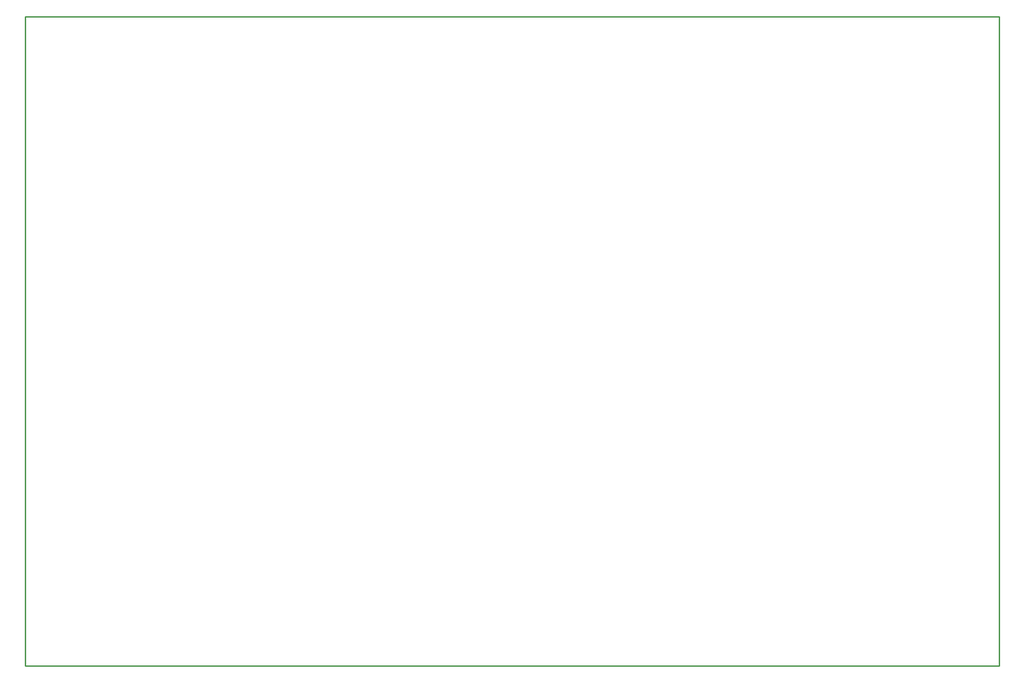
<source format=gko>
G04 Layer: BoardOutline*
G04 EasyEDA v6.3.22, 2020-04-29T08:02:14--7:00*
G04 df07cc009cc040c9afc33ab3c66112f2,1d979999f33e43778db822881d36423c,10*
G04 Gerber Generator version 0.2*
G04 Scale: 100 percent, Rotated: No, Reflected: No *
G04 Dimensions in millimeters *
G04 leading zeros omitted , absolute positions ,3 integer and 3 decimal *
%FSLAX33Y33*%
%MOMM*%
G90*
G71D02*

%ADD10C,0.254000*%
G54D10*
G01X0Y121920D02*
G01X182880Y121920D01*
G01X182880Y0D01*
G01X0Y0D01*
G01X0Y121920D01*

%LPD*%
M00*
M02*

</source>
